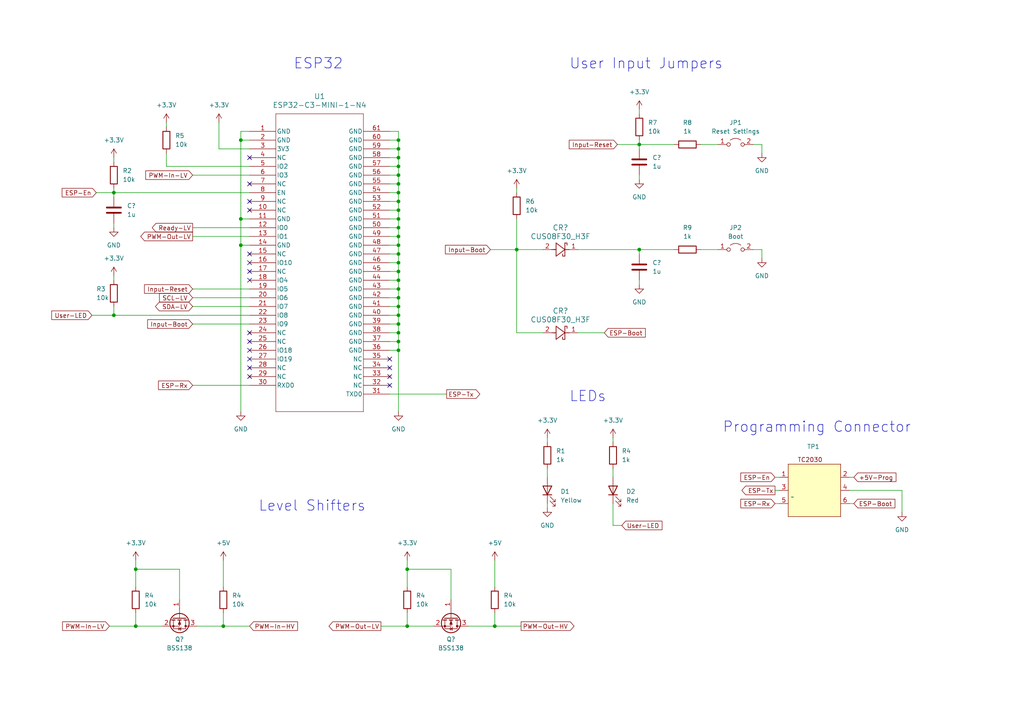
<source format=kicad_sch>
(kicad_sch (version 20230121) (generator eeschema)
  (paper "A4")
  (title_block (title "Hydrofoil Control") (date "2023-09-04") (rev "v1.1") (company "Tamás Nagy") (comment 1 "ADC removed, capacitance measurement added"))
  (lib_symbols
    (symbol "2023-09-11_18-18-06:ESP32-C3-MINI-1-N4" (pin_names (offset 0.254))
      (property "Reference" "U" (at 20.32 10.16 0))
      (property "Value" "ESP32-C3-MINI-1-N4" (at 20.32 7.62 0))
      (symbol "ESP32-C3-MINI-1-N4_0_1"
        (polyline (pts (xy 7.62 -81.28) (xy 33.02 -81.28)) (stroke (width 0.127)))
        (polyline (pts (xy 7.62 5.08) (xy 7.62 -81.28)) (stroke (width 0.127)))
        (polyline (pts (xy 33.02 -81.28) (xy 33.02 5.08)) (stroke (width 0.127)))
        (polyline (pts (xy 33.02 5.08) (xy 7.62 5.08)) (stroke (width 0.127)))
        (pin power_out line (at 0 0 0) (length 7.62) (name "GND") (number "1"))
        (pin no_connect line (at 0 -22.86 0) (length 7.62) (name "NC") (number "10"))
        (pin power_out line (at 0 -25.4 0) (length 7.62) (name "GND") (number "11"))
        (pin bidirectional line (at 0 -27.94 0) (length 7.62) (name "IO0") (number "12"))
        (pin bidirectional line (at 0 -30.48 0) (length 7.62) (name "IO1") (number "13"))
        (pin power_out line (at 0 -33.02 0) (length 7.62) (name "GND") (number "14"))
        (pin no_connect line (at 0 -35.56 0) (length 7.62) (name "NC") (number "15"))
        (pin bidirectional line (at 0 -38.1 0) (length 7.62) (name "IO10") (number "16"))
        (pin no_connect line (at 0 -40.64 0) (length 7.62) (name "NC") (number "17"))
        (pin bidirectional line (at 0 -43.18 0) (length 7.62) (name "IO4") (number "18"))
        (pin bidirectional line (at 0 -45.72 0) (length 7.62) (name "IO5") (number "19"))
        (pin power_out line (at 0 -2.54 0) (length 7.62) (name "GND") (number "2"))
        (pin bidirectional line (at 0 -48.26 0) (length 7.62) (name "IO6") (number "20"))
        (pin bidirectional line (at 0 -50.8 0) (length 7.62) (name "IO7") (number "21"))
        (pin bidirectional line (at 0 -53.34 0) (length 7.62) (name "IO8") (number "22"))
        (pin bidirectional line (at 0 -55.88 0) (length 7.62) (name "IO9") (number "23"))
        (pin no_connect line (at 0 -58.42 0) (length 7.62) (name "NC") (number "24"))
        (pin no_connect line (at 0 -60.96 0) (length 7.62) (name "NC") (number "25"))
        (pin bidirectional line (at 0 -63.5 0) (length 7.62) (name "IO18") (number "26"))
        (pin bidirectional line (at 0 -66.04 0) (length 7.62) (name "IO19") (number "27"))
        (pin no_connect line (at 0 -68.58 0) (length 7.62) (name "NC") (number "28"))
        (pin no_connect line (at 0 -71.12 0) (length 7.62) (name "NC") (number "29"))
        (pin power_in line (at 0 -5.08 0) (length 7.62) (name "3V3") (number "3"))
        (pin bidirectional line (at 0 -73.66 0) (length 7.62) (name "RXD0") (number "30"))
        (pin bidirectional line (at 40.64 -76.2 180) (length 7.62) (name "TXD0") (number "31"))
        (pin no_connect line (at 40.64 -73.66 180) (length 7.62) (name "NC") (number "32"))
        (pin no_connect line (at 40.64 -71.12 180) (length 7.62) (name "NC") (number "33"))
        (pin no_connect line (at 40.64 -68.58 180) (length 7.62) (name "NC") (number "34"))
        (pin no_connect line (at 40.64 -66.04 180) (length 7.62) (name "NC") (number "35"))
        (pin power_out line (at 40.64 -63.5 180) (length 7.62) (name "GND") (number "36"))
        (pin power_out line (at 40.64 -60.96 180) (length 7.62) (name "GND") (number "37"))
        (pin power_out line (at 40.64 -58.42 180) (length 7.62) (name "GND") (number "38"))
        (pin power_out line (at 40.64 -55.88 180) (length 7.62) (name "GND") (number "39"))
        (pin no_connect line (at 0 -7.62 0) (length 7.62) (name "NC") (number "4"))
        (pin power_out line (at 40.64 -53.34 180) (length 7.62) (name "GND") (number "40"))
        (pin power_out line (at 40.64 -50.8 180) (length 7.62) (name "GND") (number "41"))
        (pin power_out line (at 40.64 -48.26 180) (length 7.62) (name "GND") (number "42"))
        (pin power_out line (at 40.64 -45.72 180) (length 7.62) (name "GND") (number "43"))
        (pin power_out line (at 40.64 -43.18 180) (length 7.62) (name "GND") (number "44"))
        (pin power_out line (at 40.64 -40.64 180) (length 7.62) (name "GND") (number "45"))
        (pin power_out line (at 40.64 -38.1 180) (length 7.62) (name "GND") (number "46"))
        (pin power_out line (at 40.64 -35.56 180) (length 7.62) (name "GND") (number "47"))
        (pin power_out line (at 40.64 -33.02 180) (length 7.62) (name "GND") (number "48"))
        (pin power_out line (at 40.64 -30.48 180) (length 7.62) (name "GND") (number "49"))
        (pin bidirectional line (at 0 -10.16 0) (length 7.62) (name "IO2") (number "5"))
        (pin power_out line (at 40.64 -27.94 180) (length 7.62) (name "GND") (number "50"))
        (pin power_out line (at 40.64 -25.4 180) (length 7.62) (name "GND") (number "51"))
        (pin power_out line (at 40.64 -22.86 180) (length 7.62) (name "GND") (number "52"))
        (pin power_out line (at 40.64 -20.32 180) (length 7.62) (name "GND") (number "53"))
        (pin power_out line (at 40.64 -17.78 180) (length 7.62) (name "GND") (number "54"))
        (pin power_out line (at 40.64 -15.24 180) (length 7.62) (name "GND") (number "55"))
        (pin power_out line (at 40.64 -12.7 180) (length 7.62) (name "GND") (number "56"))
        (pin power_out line (at 40.64 -10.16 180) (length 7.62) (name "GND") (number "57"))
        (pin power_out line (at 40.64 -7.62 180) (length 7.62) (name "GND") (number "58"))
        (pin power_out line (at 40.64 -5.08 180) (length 7.62) (name "GND") (number "59"))
        (pin bidirectional line (at 0 -12.7 0) (length 7.62) (name "IO3") (number "6"))
        (pin power_out line (at 40.64 -2.54 180) (length 7.62) (name "GND") (number "60"))
        (pin power_out line (at 40.64 0 180) (length 7.62) (name "GND") (number "61"))
        (pin no_connect line (at 0 -15.24 0) (length 7.62) (name "NC") (number "7"))
        (pin input line (at 0 -17.78 0) (length 7.62) (name "EN") (number "8"))
        (pin no_connect line (at 0 -20.32 0) (length 7.62) (name "NC") (number "9"))
      )
    )
    (symbol "2023-09-11_18-18-06:TC2030"
      (property "Reference" "TP" (at 2.54 15.24 0))
      (symbol "TC2030_1_0"
        (pin input line (at -6.35 7.62 0) (length 2.54) (name "") (number "1"))
        (pin power_in line (at 13.97 7.62 180) (length 2.54) (name "") (number "2"))
        (pin input line (at -6.35 3.81 0) (length 2.54) (name "") (number "3"))
        (pin power_in line (at 13.97 3.81 180) (length 2.54) (name "") (number "4"))
        (pin input line (at -6.35 0 0) (length 2.54) (name "") (number "5"))
        (pin output line (at 13.97 0 180) (length 2.54) (name "") (number "6"))
      )
      (symbol "TC2030_1_1"
        (rectangle (start -3.81 11.43) (end 11.43 -3.81) (fill (type background)))
        (text "TC2030" (at 2.54 12.7 0) (effects (font (size 1.27 1.27))))
      )
    )
    (symbol "2023-10-06_10-19-56:CUS08F30_H3FT" (pin_names (offset 0.254))
      (property "Reference" "CR" (at 5.08 4.445 0))
      (property "Value" "CUS08F30_H3FT" (at 5.08 -3.81 0))
      (symbol "CUS08F30_H3FT_1_1"
        (polyline (pts (xy 2.54 0) (xy 3.4798 0)) (stroke (width 0.2032)))
        (polyline (pts (xy 3.175 0) (xy 3.81 0)) (stroke (width 0.2032)))
        (polyline (pts (xy 3.81 -1.905) (xy 6.35 0)) (stroke (width 0.2032)))
        (polyline (pts (xy 3.81 1.905) (xy 3.81 -1.905)) (stroke (width 0.2032)))
        (polyline (pts (xy 6.35 -1.905) (xy 6.35 1.905)) (stroke (width 0.2032)))
        (polyline (pts (xy 6.35 0) (xy 3.81 1.905)) (stroke (width 0.2032)))
        (polyline (pts (xy 6.35 0) (xy 7.62 0)) (stroke (width 0.2032)))
        (polyline (pts (xy 6.35 -1.905) (xy 5.715 -1.905) (xy 5.715 -1.27)) (stroke (width 0.2032)))
        (polyline (pts (xy 6.35 1.905) (xy 6.985 1.905) (xy 6.985 1.27)) (stroke (width 0.2032)))
        (pin unspecified line (at 10.16 0 180) (length 2.54) (name "") (number "1"))
        (pin unspecified line (at 0 0 0) (length 2.54) (name "") (number "2"))
      )
      (symbol "CUS08F30_H3FT_1_2"
        (polyline (pts (xy -1.905 3.81) (xy 1.905 3.81)) (stroke (width 0.2032)))
        (polyline (pts (xy 0 2.54) (xy 0 3.4798)) (stroke (width 0.2032)))
        (polyline (pts (xy 0 3.175) (xy 0 3.81)) (stroke (width 0.2032)))
        (polyline (pts (xy 0 6.35) (xy -1.905 3.81)) (stroke (width 0.2032)))
        (polyline (pts (xy 0 6.35) (xy 0 7.62)) (stroke (width 0.2032)))
        (polyline (pts (xy 1.905 3.81) (xy 0 6.35)) (stroke (width 0.2032)))
        (polyline (pts (xy 1.905 6.35) (xy -1.905 6.35)) (stroke (width 0.2032)))
        (pin unspecified line (at 0 10.16 270) (length 2.54) (name "") (number "1"))
        (pin unspecified line (at 0 0 90) (length 2.54) (name "") (number "2"))
      )
    )
    (symbol "Device:C" (pin_numbers hide) (pin_names (offset 0.254))
      (property "Reference" "C" (at 0.635 2.54 0))
      (property "Value" "C" (at 0.635 -2.54 0))
      (symbol "C_0_1"
        (polyline (pts (xy -2.032 -0.762) (xy 2.032 -0.762)) (stroke (width 0.508)))
        (polyline (pts (xy -2.032 0.762) (xy 2.032 0.762)) (stroke (width 0.508)))
      )
      (symbol "C_1_1"
        (pin passive line (at 0 3.81 270) (length 2.794) (name "~") (number "1"))
        (pin passive line (at 0 -3.81 90) (length 2.794) (name "~") (number "2"))
      )
    )
    (symbol "Device:LED" (pin_numbers hide) (pin_names (offset 1.016) hide)
      (property "Reference" "D" (at 0 2.54 0))
      (property "Value" "LED" (at 0 -2.54 0))
      (symbol "LED_0_1"
        (polyline (pts (xy -1.27 -1.27) (xy -1.27 1.27)) (stroke (width 0.254)))
        (polyline (pts (xy -1.27 0) (xy 1.27 0)))
        (polyline (pts (xy 1.27 -1.27) (xy 1.27 1.27) (xy -1.27 0) (xy 1.27 -1.27)) (stroke (width 0.254)))
        (polyline (pts (xy -3.048 -0.762) (xy -4.572 -2.286) (xy -3.81 -2.286) (xy -4.572 -2.286) (xy -4.572 -1.524)))
        (polyline (pts (xy -1.778 -0.762) (xy -3.302 -2.286) (xy -2.54 -2.286) (xy -3.302 -2.286) (xy -3.302 -1.524)))
      )
      (symbol "LED_1_1"
        (pin passive line (at -3.81 0 0) (length 2.54) (name "K") (number "1"))
        (pin passive line (at 3.81 0 180) (length 2.54) (name "A") (number "2"))
      )
    )
    (symbol "Device:R" (pin_numbers hide) (pin_names (offset 0))
      (property "Reference" "R" (at 2.032 0 90))
      (property "Value" "R" (at 0 0 90))
      (symbol "R_0_1"
        (rectangle (start -1.016 -2.54) (end 1.016 2.54) (stroke (width 0.254)))
      )
      (symbol "R_1_1"
        (pin passive line (at 0 3.81 270) (length 1.27) (name "~") (number "1"))
        (pin passive line (at 0 -3.81 90) (length 1.27) (name "~") (number "2"))
      )
    )
    (symbol "Jumper:Jumper_2_Open" (pin_names (offset 0) hide)
      (property "Reference" "JP" (at 0 2.794 0))
      (property "Value" "Jumper_2_Open" (at 0 -2.286 0))
      (symbol "Jumper_2_Open_0_0"
        (circle (center -2.032 0) (radius 0.508))
        (circle (center 2.032 0) (radius 0.508))
      )
      (symbol "Jumper_2_Open_0_1"
        (arc (start 1.524 1.27) (mid 0 1.778) (end -1.524 1.27))
      )
      (symbol "Jumper_2_Open_1_1"
        (pin passive line (at -5.08 0 0) (length 2.54) (name "A") (number "1"))
        (pin passive line (at 5.08 0 180) (length 2.54) (name "B") (number "2"))
      )
    )
    (symbol "Transistor_FET:BSS138" (pin_names hide)
      (property "Reference" "Q" (at 5.08 1.905 0))
      (property "Value" "BSS138" (at 5.08 0 0))
      (symbol "BSS138_0_1"
        (polyline (pts (xy 0.254 0) (xy -2.54 0)))
        (polyline (pts (xy 0.254 1.905) (xy 0.254 -1.905)) (stroke (width 0.254)))
        (polyline (pts (xy 0.762 -1.27) (xy 0.762 -2.286)) (stroke (width 0.254)))
        (polyline (pts (xy 0.762 0.508) (xy 0.762 -0.508)) (stroke (width 0.254)))
        (polyline (pts (xy 0.762 2.286) (xy 0.762 1.27)) (stroke (width 0.254)))
        (polyline (pts (xy 2.54 2.54) (xy 2.54 1.778)))
        (polyline (pts (xy 2.54 -2.54) (xy 2.54 0) (xy 0.762 0)))
        (polyline (pts (xy 0.762 -1.778) (xy 3.302 -1.778) (xy 3.302 1.778) (xy 0.762 1.778)))
        (polyline (pts (xy 1.016 0) (xy 2.032 0.381) (xy 2.032 -0.381) (xy 1.016 0)) (fill (type outline)))
        (polyline (pts (xy 2.794 0.508) (xy 2.921 0.381) (xy 3.683 0.381) (xy 3.81 0.254)))
        (polyline (pts (xy 3.302 0.381) (xy 2.921 -0.254) (xy 3.683 -0.254) (xy 3.302 0.381)))
        (circle (center 1.651 0) (radius 2.794) (stroke (width 0.254)))
        (circle (center 2.54 -1.778) (radius 0.254) (fill (type outline)))
        (circle (center 2.54 1.778) (radius 0.254) (fill (type outline)))
      )
      (symbol "BSS138_1_1"
        (pin input line (at -5.08 0 0) (length 2.54) (name "G") (number "1"))
        (pin passive line (at 2.54 -5.08 90) (length 2.54) (name "S") (number "2"))
        (pin passive line (at 2.54 5.08 270) (length 2.54) (name "D") (number "3"))
      )
    )
    (symbol "power:+3.3V" (power) (pin_names (offset 0))
      (property "Value" "+3.3V" (at 0 3.556 0))
      (symbol "+3.3V_0_1"
        (polyline (pts (xy -0.762 1.27) (xy 0 2.54)))
        (polyline (pts (xy 0 0) (xy 0 2.54)))
        (polyline (pts (xy 0 2.54) (xy 0.762 1.27)))
      )
      (symbol "+3.3V_1_1"
        (pin power_in line (at 0 0 90) (length 0) hide (name "+3.3V") (number "1"))
      )
    )
    (symbol "power:+5V" (power) (pin_names (offset 0))
      (property "Value" "+5V" (at 0 3.556 0))
      (symbol "+5V_0_1"
        (polyline (pts (xy -0.762 1.27) (xy 0 2.54)))
        (polyline (pts (xy 0 0) (xy 0 2.54)))
        (polyline (pts (xy 0 2.54) (xy 0.762 1.27)))
      )
      (symbol "+5V_1_1"
        (pin power_in line (at 0 0 90) (length 0) hide (name "+5V") (number "1"))
      )
    )
    (symbol "power:GND" (power) (pin_names (offset 0))
      (property "Value" "GND" (at 0 -3.81 0))
      (symbol "GND_0_1"
        (polyline (pts (xy 0 0) (xy 0 -1.27) (xy 1.27 -1.27) (xy 0 -2.54) (xy -1.27 -1.27) (xy 0 -1.27)))
      )
      (symbol "GND_1_1"
        (pin power_in line (at 0 0 270) (length 0) hide (name "GND") (number "1"))
      )
    )
  )
  (junction (at 115.57 66.04))
  (junction (at 115.57 81.28))
  (junction (at 115.57 96.52))
  (junction (at 115.57 73.66))
  (junction (at 115.57 48.26))
  (junction (at 115.57 86.36))
  (junction (at 115.57 63.5))
  (junction (at 143.51 181.61))
  (junction (at 33.02 91.44))
  (junction (at 115.57 93.98))
  (junction (at 115.57 53.34))
  (junction (at 115.57 45.72))
  (junction (at 115.57 58.42))
  (junction (at 115.57 60.96))
  (junction (at 115.57 50.8))
  (junction (at 115.57 71.12))
  (junction (at 118.11 181.61))
  (junction (at 115.57 88.9))
  (junction (at 64.77 181.61))
  (junction (at 115.57 91.44))
  (junction (at 115.57 68.58))
  (junction (at 115.57 101.6))
  (junction (at 149.86 72.39))
  (junction (at 115.57 76.2))
  (junction (at 115.57 78.74))
  (junction (at 115.57 55.88))
  (junction (at 118.11 165.1))
  (junction (at 39.37 165.1))
  (junction (at 69.85 71.12))
  (junction (at 115.57 43.18))
  (junction (at 115.57 40.64))
  (junction (at 185.42 72.39))
  (junction (at 185.42 41.91))
  (junction (at 39.37 181.61))
  (junction (at 69.85 63.5))
  (junction (at 33.02 55.88))
  (junction (at 115.57 83.82))
  (junction (at 115.57 99.06))
  (junction (at 69.85 40.64))
  (no_connect (at 113.03 106.68))
  (no_connect (at 113.03 111.76))
  (no_connect (at 113.03 109.22))
  (no_connect (at 72.39 73.66))
  (no_connect (at 113.03 104.14))
  (no_connect (at 72.39 76.2))
  (no_connect (at 72.39 78.74))
  (no_connect (at 72.39 104.14))
  (no_connect (at 72.39 53.34))
  (no_connect (at 72.39 58.42))
  (no_connect (at 72.39 81.28))
  (no_connect (at 72.39 101.6))
  (no_connect (at 72.39 45.72))
  (no_connect (at 72.39 109.22))
  (no_connect (at 72.39 106.68))
  (no_connect (at 72.39 99.06))
  (no_connect (at 72.39 96.52))
  (no_connect (at 72.39 60.96))
  (wire (pts (xy 158.75 127) (xy 158.75 128.27)))
  (wire (pts (xy 55.88 66.04) (xy 72.39 66.04)))
  (wire (pts (xy 115.57 81.28) (xy 115.57 83.82)))
  (wire (pts (xy 55.88 50.8) (xy 72.39 50.8)))
  (wire (pts (xy 115.57 83.82) (xy 115.57 86.36)))
  (wire (pts (xy 33.02 54.61) (xy 33.02 55.88)))
  (wire (pts (xy 113.03 91.44) (xy 115.57 91.44)))
  (wire (pts (xy 69.85 40.64) (xy 69.85 63.5)))
  (wire (pts (xy 113.03 81.28) (xy 115.57 81.28)))
  (wire (pts (xy 115.57 101.6) (xy 115.57 119.38)))
  (wire (pts (xy 113.03 78.74) (xy 115.57 78.74)))
  (wire (pts (xy 55.88 88.9) (xy 72.39 88.9)))
  (wire (pts (xy 179.07 41.91) (xy 185.42 41.91)))
  (wire (pts (xy 72.39 38.1) (xy 69.85 38.1)))
  (wire (pts (xy 115.57 68.58) (xy 115.57 71.12)))
  (wire (pts (xy 157.48 96.52) (xy 149.86 96.52)))
  (wire (pts (xy 113.03 76.2) (xy 115.57 76.2)))
  (wire (pts (xy 55.88 83.82) (xy 72.39 83.82)))
  (wire (pts (xy 113.03 60.96) (xy 115.57 60.96)))
  (wire (pts (xy 115.57 50.8) (xy 115.57 53.34)))
  (wire (pts (xy 115.57 53.34) (xy 115.57 55.88)))
  (wire (pts (xy 69.85 40.64) (xy 72.39 40.64)))
  (wire (pts (xy 69.85 38.1) (xy 69.85 40.64)))
  (wire (pts (xy 113.03 73.66) (xy 115.57 73.66)))
  (wire (pts (xy 110.49 181.61) (xy 118.11 181.61)))
  (wire (pts (xy 220.98 41.91) (xy 220.98 44.45)))
  (wire (pts (xy 33.02 64.77) (xy 33.02 66.04)))
  (wire (pts (xy 185.42 72.39) (xy 195.58 72.39)))
  (wire (pts (xy 46.99 181.61) (xy 39.37 181.61)))
  (wire (pts (xy 130.81 173.99) (xy 130.81 165.1)))
  (wire (pts (xy 149.86 63.5) (xy 149.86 72.39)))
  (wire (pts (xy 115.57 63.5) (xy 115.57 66.04)))
  (wire (pts (xy 113.03 101.6) (xy 115.57 101.6)))
  (wire (pts (xy 203.2 41.91) (xy 208.28 41.91)))
  (wire (pts (xy 69.85 63.5) (xy 72.39 63.5)))
  (wire (pts (xy 55.88 111.76) (xy 72.39 111.76)))
  (wire (pts (xy 52.07 173.99) (xy 52.07 165.1)))
  (wire (pts (xy 113.03 38.1) (xy 115.57 38.1)))
  (wire (pts (xy 115.57 45.72) (xy 115.57 48.26)))
  (wire (pts (xy 69.85 71.12) (xy 72.39 71.12)))
  (wire (pts (xy 115.57 71.12) (xy 115.57 73.66)))
  (wire (pts (xy 115.57 66.04) (xy 115.57 68.58)))
  (wire (pts (xy 115.57 40.64) (xy 115.57 43.18)))
  (wire (pts (xy 115.57 93.98) (xy 115.57 96.52)))
  (wire (pts (xy 64.77 181.61) (xy 64.77 177.8)))
  (wire (pts (xy 143.51 181.61) (xy 151.13 181.61)))
  (wire (pts (xy 55.88 86.36) (xy 72.39 86.36)))
  (wire (pts (xy 177.8 127) (xy 177.8 128.27)))
  (wire (pts (xy 185.42 40.64) (xy 185.42 41.91)))
  (wire (pts (xy 48.26 35.56) (xy 48.26 36.83)))
  (wire (pts (xy 69.85 71.12) (xy 69.85 119.38)))
  (wire (pts (xy 185.42 41.91) (xy 195.58 41.91)))
  (wire (pts (xy 113.03 99.06) (xy 115.57 99.06)))
  (wire (pts (xy 218.44 72.39) (xy 220.98 72.39)))
  (wire (pts (xy 113.03 68.58) (xy 115.57 68.58)))
  (wire (pts (xy 113.03 45.72) (xy 115.57 45.72)))
  (wire (pts (xy 113.03 93.98) (xy 115.57 93.98)))
  (wire (pts (xy 130.81 165.1) (xy 118.11 165.1)))
  (wire (pts (xy 185.42 81.28) (xy 185.42 82.55)))
  (wire (pts (xy 220.98 72.39) (xy 220.98 74.93)))
  (wire (pts (xy 113.03 58.42) (xy 115.57 58.42)))
  (wire (pts (xy 33.02 55.88) (xy 72.39 55.88)))
  (wire (pts (xy 39.37 162.56) (xy 39.37 165.1)))
  (wire (pts (xy 113.03 63.5) (xy 115.57 63.5)))
  (wire (pts (xy 125.73 181.61) (xy 118.11 181.61)))
  (wire (pts (xy 33.02 55.88) (xy 33.02 57.15)))
  (wire (pts (xy 149.86 72.39) (xy 157.48 72.39)))
  (wire (pts (xy 115.57 58.42) (xy 115.57 60.96)))
  (wire (pts (xy 167.64 72.39) (xy 185.42 72.39)))
  (wire (pts (xy 158.75 135.89) (xy 158.75 138.43)))
  (wire (pts (xy 33.02 45.72) (xy 33.02 46.99)))
  (wire (pts (xy 246.38 138.43) (xy 247.65 138.43)))
  (wire (pts (xy 118.11 162.56) (xy 118.11 165.1)))
  (wire (pts (xy 261.62 142.24) (xy 261.62 148.59)))
  (wire (pts (xy 115.57 88.9) (xy 115.57 91.44)))
  (wire (pts (xy 115.57 86.36) (xy 115.57 88.9)))
  (wire (pts (xy 185.42 41.91) (xy 185.42 43.18)))
  (wire (pts (xy 64.77 181.61) (xy 72.39 181.61)))
  (wire (pts (xy 52.07 165.1) (xy 39.37 165.1)))
  (wire (pts (xy 113.03 66.04) (xy 115.57 66.04)))
  (wire (pts (xy 218.44 41.91) (xy 220.98 41.91)))
  (wire (pts (xy 115.57 76.2) (xy 115.57 78.74)))
  (wire (pts (xy 115.57 78.74) (xy 115.57 81.28)))
  (wire (pts (xy 48.26 44.45) (xy 48.26 48.26)))
  (wire (pts (xy 113.03 88.9) (xy 115.57 88.9)))
  (wire (pts (xy 115.57 91.44) (xy 115.57 93.98)))
  (wire (pts (xy 113.03 43.18) (xy 115.57 43.18)))
  (wire (pts (xy 115.57 48.26) (xy 115.57 50.8)))
  (wire (pts (xy 113.03 55.88) (xy 115.57 55.88)))
  (wire (pts (xy 115.57 60.96) (xy 115.57 63.5)))
  (wire (pts (xy 143.51 162.56) (xy 143.51 170.18)))
  (wire (pts (xy 39.37 165.1) (xy 39.37 170.18)))
  (wire (pts (xy 113.03 83.82) (xy 115.57 83.82)))
  (wire (pts (xy 113.03 96.52) (xy 115.57 96.52)))
  (wire (pts (xy 167.64 96.52) (xy 175.26 96.52)))
  (wire (pts (xy 64.77 162.56) (xy 64.77 170.18)))
  (wire (pts (xy 57.15 181.61) (xy 64.77 181.61)))
  (wire (pts (xy 185.42 31.75) (xy 185.42 33.02)))
  (wire (pts (xy 113.03 48.26) (xy 115.57 48.26)))
  (wire (pts (xy 39.37 181.61) (xy 39.37 177.8)))
  (wire (pts (xy 63.5 35.56) (xy 63.5 43.18)))
  (wire (pts (xy 224.79 146.05) (xy 226.06 146.05)))
  (wire (pts (xy 113.03 86.36) (xy 115.57 86.36)))
  (wire (pts (xy 118.11 165.1) (xy 118.11 170.18)))
  (wire (pts (xy 115.57 38.1) (xy 115.57 40.64)))
  (wire (pts (xy 115.57 99.06) (xy 115.57 101.6)))
  (wire (pts (xy 224.79 142.24) (xy 226.06 142.24)))
  (wire (pts (xy 185.42 50.8) (xy 185.42 52.07)))
  (wire (pts (xy 118.11 181.61) (xy 118.11 177.8)))
  (wire (pts (xy 158.75 146.05) (xy 158.75 147.32)))
  (wire (pts (xy 149.86 72.39) (xy 149.86 96.52)))
  (wire (pts (xy 33.02 80.01) (xy 33.02 81.28)))
  (wire (pts (xy 177.8 146.05) (xy 177.8 152.4)))
  (wire (pts (xy 246.38 146.05) (xy 247.65 146.05)))
  (wire (pts (xy 31.75 181.61) (xy 39.37 181.61)))
  (wire (pts (xy 177.8 152.4) (xy 180.34 152.4)))
  (wire (pts (xy 113.03 53.34) (xy 115.57 53.34)))
  (wire (pts (xy 115.57 73.66) (xy 115.57 76.2)))
  (wire (pts (xy 113.03 71.12) (xy 115.57 71.12)))
  (wire (pts (xy 33.02 91.44) (xy 72.39 91.44)))
  (wire (pts (xy 246.38 142.24) (xy 261.62 142.24)))
  (wire (pts (xy 33.02 88.9) (xy 33.02 91.44)))
  (wire (pts (xy 113.03 50.8) (xy 115.57 50.8)))
  (wire (pts (xy 55.88 68.58) (xy 72.39 68.58)))
  (wire (pts (xy 115.57 55.88) (xy 115.57 58.42)))
  (wire (pts (xy 26.67 91.44) (xy 33.02 91.44)))
  (wire (pts (xy 115.57 43.18) (xy 115.57 45.72)))
  (wire (pts (xy 203.2 72.39) (xy 208.28 72.39)))
  (wire (pts (xy 55.88 93.98) (xy 72.39 93.98)))
  (wire (pts (xy 115.57 96.52) (xy 115.57 99.06)))
  (wire (pts (xy 224.79 138.43) (xy 226.06 138.43)))
  (wire (pts (xy 135.89 181.61) (xy 143.51 181.61)))
  (wire (pts (xy 177.8 135.89) (xy 177.8 138.43)))
  (wire (pts (xy 63.5 43.18) (xy 72.39 43.18)))
  (wire (pts (xy 185.42 72.39) (xy 185.42 73.66)))
  (wire (pts (xy 69.85 63.5) (xy 69.85 71.12)))
  (wire (pts (xy 142.24 72.39) (xy 149.86 72.39)))
  (wire (pts (xy 149.86 54.61) (xy 149.86 55.88)))
  (wire (pts (xy 48.26 48.26) (xy 72.39 48.26)))
  (wire (pts (xy 113.03 114.3) (xy 129.54 114.3)))
  (wire (pts (xy 143.51 181.61) (xy 143.51 177.8)))
  (wire (pts (xy 113.03 40.64) (xy 115.57 40.64)))
  (wire (pts (xy 27.94 55.88) (xy 33.02 55.88)))
  (text "LEDs" (at 165.1 116.84 0) (effects (font (size 3 3)) (justify left bottom)))
  (text "Level Shifters" (at 74.93 148.59 0) (effects (font (size 3 3)) (justify left bottom)))
  (text "User Input Jumpers" (at 165.1 20.32 0) (effects (font (size 3 3)) (justify left bottom)))
  (text "Programming Connector" (at 209.55 125.73 0) (effects (font (size 3 3)) (justify left bottom)))
  (text "ESP32" (at 85.09 20.32 0) (effects (font (size 3 3)) (justify left bottom)))
  (global_label "ESP-Boot" (shape input) (at 247.65 146.05 0) (property "Intersheetrefs" "${INTERSHEET_REFS}" (effects hide)) (property "Netclass" "Default" (effects hide)))
  (global_label "Input-Reset" (shape input) (at 179.07 41.91 180) (property "Intersheetrefs" "${INTERSHEET_REFS}" (effects hide)) (property "Netclass" "Default" (effects hide)))
  (global_label "PWM-Out-LV" (shape output) (at 55.88 68.58 180) (property "Intersheetrefs" "${INTERSHEET_REFS}" (effects hide)) (property "Netclass" "Default" (effects hide)))
  (global_label "ESP-Tx" (shape output) (at 224.79 142.24 180) (property "Intersheetrefs" "${INTERSHEET_REFS}" (effects hide)) (property "Netclass" "Default" (effects hide)))
  (global_label "Input-Reset" (shape input) (at 55.88 83.82 180) (property "Intersheetrefs" "${INTERSHEET_REFS}" (effects hide)) (property "Netclass" "Default" (effects hide)))
  (global_label "PWM-In-LV" (shape input) (at 31.75 181.61 180) (property "Intersheetrefs" "${INTERSHEET_REFS}" (effects hide)) (property "Netclass" "Default" (effects hide)))
  (global_label "Input-Boot" (shape input) (at 142.24 72.39 180) (property "Intersheetrefs" "${INTERSHEET_REFS}" (effects hide)) (property "Netclass" "Default" (effects hide)))
  (global_label "+5V-Prog" (shape input) (at 247.65 138.43 0) (property "Intersheetrefs" "${INTERSHEET_REFS}" (effects hide)) (property "Netclass" "5V" (effects hide)))
  (global_label "SCL-LV" (shape input) (at 55.88 86.36 180) (property "Intersheetrefs" "${INTERSHEET_REFS}" (effects hide)) (property "Netclass" "Default" (effects hide)))
  (global_label "PWM-Out-LV" (shape output) (at 110.49 181.61 180) (property "Intersheetrefs" "${INTERSHEET_REFS}" (effects hide)) (property "Netclass" "Default" (effects hide)))
  (global_label "ESP-Rx" (shape input) (at 55.88 111.76 180) (property "Intersheetrefs" "${INTERSHEET_REFS}" (effects hide)) (property "Netclass" "Default" (effects hide)))
  (global_label "PWM-In-LV" (shape input) (at 55.88 50.8 180) (property "Intersheetrefs" "${INTERSHEET_REFS}" (effects hide)) (property "Netclass" "Default" (effects hide)))
  (global_label "PWM-Out-HV" (shape output) (at 151.13 181.61 0) (property "Intersheetrefs" "${INTERSHEET_REFS}" (effects hide)) (property "Netclass" "Default" (effects hide)))
  (global_label "User-LED" (shape input) (at 26.67 91.44 180) (property "Intersheetrefs" "${INTERSHEET_REFS}" (effects hide)) (property "Netclass" "Default" (effects hide)))
  (global_label "ESP-En" (shape input) (at 27.94 55.88 180) (property "Intersheetrefs" "${INTERSHEET_REFS}" (effects hide)) (property "Netclass" "Default" (effects hide)))
  (global_label "Input-Boot" (shape input) (at 55.88 93.98 180) (property "Intersheetrefs" "${INTERSHEET_REFS}" (effects hide)) (property "Netclass" "Default" (effects hide)))
  (global_label "ESP-En" (shape input) (at 224.79 138.43 180) (property "Intersheetrefs" "${INTERSHEET_REFS}" (effects hide)) (property "Netclass" "Default" (effects hide)))
  (global_label "User-LED" (shape input) (at 180.34 152.4 0) (property "Intersheetrefs" "${INTERSHEET_REFS}" (effects hide)) (property "Netclass" "Default" (effects hide)))
  (global_label "ESP-Tx" (shape output) (at 129.54 114.3 0) (property "Intersheetrefs" "${INTERSHEET_REFS}" (effects hide)) (property "Netclass" "Default" (effects hide)))
  (global_label "ESP-Boot" (shape input) (at 175.26 96.52 0) (property "Intersheetrefs" "${INTERSHEET_REFS}" (effects hide)) (property "Netclass" "Default" (effects hide)))
  (global_label "Ready-LV" (shape output) (at 55.88 66.04 180) (property "Intersheetrefs" "${INTERSHEET_REFS}" (effects hide)) (property "Netclass" "Default" (effects hide)))
  (global_label "SDA-LV" (shape bidirectional) (at 55.88 88.9 180) (property "Intersheetrefs" "${INTERSHEET_REFS}" (effects hide)) (property "Netclass" "Default" (effects hide)))
  (global_label "PWM-In-HV" (shape input) (at 72.39 181.61 0) (property "Intersheetrefs" "${INTERSHEET_REFS}" (effects hide)) (property "Netclass" "Default" (effects hide)))
  (global_label "ESP-Rx" (shape input) (at 224.79 146.05 180) (property "Intersheetrefs" "${INTERSHEET_REFS}" (effects hide)) (property "Netclass" "Default" (effects hide)))
  (symbol (lib_id "Jumper:Jumper_2_Open") (at 213.36 72.39 0) (unit 1) (in_bom no)
    (property "Reference" "JP2" (at 213.36 66.04 0))
    (property "Value" "Boot" (at 213.36 68.58 0))
    (property "Footprint" "Jumper:SolderJumper-2_P1.3mm_Open_RoundedPad1.0x1.5mm" (effects hide))
  )
  (symbol (lib_id "Device:R") (at 177.8 132.08 0) (unit 1)
    (property "Reference" "R4" (at 180.34 130.81 0) (effects (justify left)))
    (property "Value" "1k" (at 180.34 133.35 0) (effects (justify left)))
    (property "Footprint" "Resistor_SMD:R_0402_1005Metric_Pad0.72x0.64mm_HandSolder" (effects hide))
    (property "MPN" "0402WGF1001TCE" (effects hide))
  )
  (symbol (lib_id "power:GND") (at 185.42 82.55 0) (unit 1)
    (property "Reference" "#PWR015" (effects hide))
    (property "Value" "GND" (at 185.42 87.63 0))
  )
  (symbol (lib_id "Device:LED") (at 158.75 142.24 90) (unit 1)
    (property "Reference" "D1" (at 162.56 142.5575 90) (effects (justify right)))
    (property "Value" "Yellow" (at 162.56 145.0975 90) (effects (justify right)))
    (property "Footprint" "LED_SMD:LED_0402_1005Metric_Pad0.77x0.64mm_HandSolder" (effects hide))
    (property "Datasheet" "https://www.lcsc.com/product-detail/Light-Emitting-Diodes-LED_Foshan-NationStar-Optoelectronics-NCD0402Y1_C130721.html" (effects hide))
    (property "MPN" "NCD0402Y1" (effects hide))
  )
  (symbol (lib_id "Device:R") (at 33.02 85.09 0) (unit 1)
    (property "Reference" "R3" (at 27.94 83.82 0) (effects (justify left)))
    (property "Value" "10k" (at 27.94 86.36 0) (effects (justify left)))
    (property "Footprint" "Resistor_SMD:R_0402_1005Metric_Pad0.72x0.64mm_HandSolder" (effects hide))
    (property "MPN" "0402WGF1002TCE" (effects hide))
  )
  (symbol (lib_id "2023-10-06_10-19-56:CUS08F30_H3FT") (at 157.48 72.39 0) (unit 1)
    (property "Reference" "CR?" (at 162.56 66.04 0) (effects (font (size 1.524 1.524))))
    (property "Value" "CUS08F30_H3F" (at 162.56 68.58 0) (effects (font (size 1.524 1.524))))
    (property "Footprint" "CUS08F30:USC_TOS" (effects hide))
    (property "Datasheet" "https://www.vishay.com/docs/63717/sip32408.pdf" (effects hide))
    (property "MPN" "CUS08F30,H3F" (effects hide))
    (instances (project "Hydrofoil" (path "" (reference "CR?") (unit 1)) (path "" (reference "CR1") (unit 1))))
  )
  (symbol (lib_id "power:+3.3V") (at 177.8 127 0) (unit 1)
    (property "Reference" "#PWR06" (effects hide))
    (property "Value" "+3.3V" (at 177.8 121.92 0))
  )
  (symbol (lib_id "Device:R") (at 199.39 72.39 90) (unit 1)
    (property "Reference" "R9" (at 199.39 66.04 90))
    (property "Value" "1k" (at 199.39 68.58 90))
    (property "Footprint" "Resistor_SMD:R_0402_1005Metric_Pad0.72x0.64mm_HandSolder" (effects hide))
    (property "MPN" "0402WGF1001TCE" (effects hide))
  )
  (symbol (lib_id "2023-09-11_18-18-06:ESP32-C3-MINI-1-N4") (at 72.39 38.1 0) (unit 1)
    (property "Reference" "U1" (at 92.71 27.94 0) (effects (font (size 1.524 1.524))))
    (property "Value" "ESP32-C3-MINI-1-N4" (at 92.71 30.48 0) (effects (font (size 1.524 1.524))))
    (property "Footprint" "ESP32-C3-MINI-1-N4:ESP32-C3-MINI-1_EXP" (effects hide))
    (property "Datasheet" "ESP32-C3-MINI-1-N4" (effects hide))
    (property "MPN" "ESP32-C3-MINI-1-N4" (effects hide))
  )
  (symbol (lib_id "power:+3.3V") (at 33.02 80.01 0) (unit 1)
    (property "Reference" "#PWR05" (effects hide))
    (property "Value" "+3.3V" (at 33.02 74.93 0))
  )
  (symbol (lib_id "power:GND") (at 69.85 119.38 0) (unit 1)
    (property "Reference" "#PWR09" (effects hide))
    (property "Value" "GND" (at 69.85 124.46 0))
  )
  (symbol (lib_id "Device:C") (at 33.02 60.96 0) (unit 1)
    (property "Reference" "C?" (at 36.83 59.69 0) (effects (justify left)))
    (property "Value" "1u" (at 36.83 62.23 0) (effects (justify left)))
    (property "Footprint" "Capacitor_SMD:C_0402_1005Metric_Pad0.74x0.62mm_HandSolder" (effects hide))
    (property "MPN" "CL05A105KP5NNNC" (effects hide))
    (instances (project "Hydrofoil" (path "" (reference "C?") (unit 1)) (path "" (reference "C1") (unit 1))))
  )
  (symbol (lib_id "power:GND") (at 261.62 148.59 0) (unit 1)
    (property "Reference" "#PWR011" (effects hide))
    (property "Value" "GND" (at 261.62 153.67 0))
  )
  (symbol (lib_id "2023-09-11_18-18-06:TC2030") (at 232.41 146.05 0) (unit 1) (in_bom no)
    (property "Reference" "TP1" (at 235.9025 129.54 0))
    (property "Value" "~" (at 229.87 144.145 0))
    (property "Footprint" "Connector:Tag-Connect_TC2030-IDC-NL_2x03_P1.27mm_Vertical" (effects hide))
  )
  (symbol (lib_id "2023-10-06_10-19-56:CUS08F30_H3FT") (at 157.48 96.52 0) (unit 1)
    (property "Reference" "CR?" (at 162.56 90.17 0) (effects (font (size 1.524 1.524))))
    (property "Value" "CUS08F30_H3F" (at 162.56 92.71 0) (effects (font (size 1.524 1.524))))
    (property "Footprint" "CUS08F30:USC_TOS" (effects hide))
    (property "Datasheet" "https://www.vishay.com/docs/63717/sip32408.pdf" (effects hide))
    (property "MPN" "CUS08F30,H3F" (effects hide))
    (instances (project "Hydrofoil" (path "" (reference "CR?") (unit 1)) (path "" (reference "CR2") (unit 1))))
  )
  (symbol (lib_id "power:GND") (at 115.57 119.38 0) (unit 1)
    (property "Reference" "#PWR010" (effects hide))
    (property "Value" "GND" (at 115.57 124.46 0))
  )
  (symbol (lib_id "power:GND") (at 220.98 44.45 0) (unit 1)
    (property "Reference" "#PWR016" (effects hide))
    (property "Value" "GND" (at 220.98 49.53 0))
  )
  (symbol (lib_id "Device:R") (at 199.39 41.91 90) (unit 1)
    (property "Reference" "R8" (at 199.39 35.56 90))
    (property "Value" "1k" (at 199.39 38.1 90))
    (property "Footprint" "Resistor_SMD:R_0402_1005Metric_Pad0.72x0.64mm_HandSolder" (effects hide))
    (property "MPN" "0402WGF1001TCE" (effects hide))
  )
  (symbol (lib_id "Device:C") (at 185.42 77.47 0) (unit 1)
    (property "Reference" "C?" (at 189.23 76.2 0) (effects (justify left)))
    (property "Value" "1u" (at 189.23 78.74 0) (effects (justify left)))
    (property "Footprint" "Capacitor_SMD:C_0402_1005Metric_Pad0.74x0.62mm_HandSolder" (effects hide))
    (property "MPN" "CL05A105KP5NNNC" (effects hide))
    (instances (project "Hydrofoil" (path "" (reference "C?") (unit 1)) (path "" (reference "C3") (unit 1))))
  )
  (symbol (lib_id "power:+3.3V") (at 158.75 127 0) (unit 1)
    (property "Reference" "#PWR01" (effects hide))
    (property "Value" "+3.3V" (at 158.75 121.92 0))
  )
  (symbol (lib_id "power:+3.3V") (at 118.11 162.56 0) (unit 1)
    (property "Reference" "#PWR028" (effects hide))
    (property "Value" "+3.3V" (at 118.11 157.48 0))
  )
  (symbol (lib_id "Device:R") (at 33.02 50.8 0) (unit 1)
    (property "Reference" "R2" (at 35.56 49.53 0) (effects (justify left)))
    (property "Value" "10k" (at 35.56 52.07 0) (effects (justify left)))
    (property "Footprint" "Resistor_SMD:R_0402_1005Metric_Pad0.72x0.64mm_HandSolder" (effects hide))
    (property "MPN" "0402WGF1002TCE" (effects hide))
  )
  (symbol (lib_id "Transistor_FET:BSS138") (at 130.81 179.07 270) (unit 1)
    (property "Reference" "Q5" (at 130.81 185.42 90))
    (property "Value" "BSS138" (at 130.81 187.96 90))
    (property "Footprint" "Package_TO_SOT_SMD:SOT-23" (effects hide))
    (property "Datasheet" "https://www.onsemi.com/pub/Collateral/BSS138-D.PDF" (effects hide))
    (property "MPN" "BSS138LT1G" (effects hide))
    (instances (project "Hydrofoil" (path "" (reference "Q?") (unit 1))))
  )
  (symbol (lib_id "Device:R") (at 149.86 59.69 0) (unit 1)
    (property "Reference" "R6" (at 152.4 58.42 0) (effects (justify left)))
    (property "Value" "10k" (at 152.4 60.96 0) (effects (justify left)))
    (property "Footprint" "Resistor_SMD:R_0402_1005Metric_Pad0.72x0.64mm_HandSolder" (effects hide))
    (property "MPN" "0402WGF1002TCE" (effects hide))
  )
  (symbol (lib_id "power:GND") (at 158.75 147.32 0) (unit 1)
    (property "Reference" "#PWR02" (effects hide))
    (property "Value" "GND" (at 158.75 152.4 0))
  )
  (symbol (lib_id "power:+5V") (at 143.51 162.56 0) (unit 1)
    (property "Reference" "#PWR05" (effects hide))
    (property "Value" "+5V" (at 143.51 157.48 0))
    (instances (project "Hydrofoil" (path "" (reference "#PWR05") (unit 1)) (path "" (reference "#PWR030") (unit 1))))
  )
  (symbol (lib_id "Device:R") (at 185.42 36.83 0) (unit 1)
    (property "Reference" "R7" (at 187.96 35.56 0) (effects (justify left)))
    (property "Value" "10k" (at 187.96 38.1 0) (effects (justify left)))
    (property "Footprint" "Resistor_SMD:R_0402_1005Metric_Pad0.72x0.64mm_HandSolder" (effects hide))
    (property "MPN" "0402WGF1002TCE" (effects hide))
  )
  (symbol (lib_id "Device:R") (at 48.26 40.64 0) (unit 1)
    (property "Reference" "R5" (at 50.8 39.37 0) (effects (justify left)))
    (property "Value" "10k" (at 50.8 41.91 0) (effects (justify left)))
    (property "Footprint" "Resistor_SMD:R_0402_1005Metric_Pad0.72x0.64mm_HandSolder" (effects hide))
    (property "MPN" "0402WGF1002TCE" (effects hide))
  )
  (symbol (lib_id "Device:LED") (at 177.8 142.24 90) (unit 1)
    (property "Reference" "D2" (at 181.61 142.5575 90) (effects (justify right)))
    (property "Value" "Red" (at 181.61 145.0975 90) (effects (justify right)))
    (property "Footprint" "LED_SMD:LED_0402_1005Metric_Pad0.77x0.64mm_HandSolder" (effects hide))
    (property "Datasheet" "https://www.lcsc.com/product-detail/Light-Emitting-Diodes-LED_XINGLIGHT-XL-1005SURC_C965790.html" (effects hide))
    (property "MPN" "XL-1005SURC" (effects hide))
  )
  (symbol (lib_id "power:GND") (at 33.02 66.04 0) (unit 1)
    (property "Reference" "#PWR04" (effects hide))
    (property "Value" "GND" (at 33.02 71.12 0))
  )
  (symbol (lib_id "power:+3.3V") (at 39.37 162.56 0) (unit 1)
    (property "Reference" "#PWR027" (effects hide))
    (property "Value" "+3.3V" (at 39.37 157.48 0))
  )
  (symbol (lib_id "Device:C") (at 185.42 46.99 0) (unit 1)
    (property "Reference" "C?" (at 189.23 45.72 0) (effects (justify left)))
    (property "Value" "1u" (at 189.23 48.26 0) (effects (justify left)))
    (property "Footprint" "Capacitor_SMD:C_0402_1005Metric_Pad0.74x0.62mm_HandSolder" (effects hide))
    (property "MPN" "CL05A105KP5NNNC" (effects hide))
    (instances (project "Hydrofoil" (path "" (reference "C?") (unit 1)) (path "" (reference "C2") (unit 1))))
  )
  (symbol (lib_id "power:GND") (at 185.42 52.07 0) (unit 1)
    (property "Reference" "#PWR014" (effects hide))
    (property "Value" "GND" (at 185.42 57.15 0))
  )
  (symbol (lib_id "Device:R") (at 118.11 173.99 0) (unit 1)
    (property "Reference" "R4" (at 120.65 172.72 0) (effects (justify left)))
    (property "Value" "10k" (at 120.65 175.26 0) (effects (justify left)))
    (property "Footprint" "Resistor_SMD:R_0402_1005Metric_Pad0.72x0.64mm_HandSolder" (effects hide))
    (property "MPN" "0402WGF1002TCE" (effects hide))
    (instances (project "Hydrofoil" (path "" (reference "R4") (unit 1)) (path "" (reference "R?") (unit 1))))
  )
  (symbol (lib_id "Device:R") (at 158.75 132.08 0) (unit 1)
    (property "Reference" "R1" (at 161.29 130.81 0) (effects (justify left)))
    (property "Value" "1k" (at 161.29 133.35 0) (effects (justify left)))
    (property "Footprint" "Resistor_SMD:R_0402_1005Metric_Pad0.72x0.64mm_HandSolder" (effects hide))
    (property "MPN" "0402WGF1001TCE" (effects hide))
  )
  (symbol (lib_id "power:+3.3V") (at 48.26 35.56 0) (unit 1)
    (property "Reference" "#PWR07" (effects hide))
    (property "Value" "+3.3V" (at 48.26 30.48 0))
  )
  (symbol (lib_id "Jumper:Jumper_2_Open") (at 213.36 41.91 0) (unit 1) (in_bom no)
    (property "Reference" "JP1" (at 213.36 35.56 0))
    (property "Value" "Reset Settings" (at 213.36 38.1 0))
    (property "Footprint" "Jumper:SolderJumper-2_P1.3mm_Open_RoundedPad1.0x1.5mm" (effects hide))
  )
  (symbol (lib_id "power:+3.3V") (at 33.02 45.72 0) (unit 1)
    (property "Reference" "#PWR03" (effects hide))
    (property "Value" "+3.3V" (at 33.02 40.64 0))
  )
  (symbol (lib_id "power:GND") (at 220.98 74.93 0) (unit 1)
    (property "Reference" "#PWR017" (effects hide))
    (property "Value" "GND" (at 220.98 80.01 0))
  )
  (symbol (lib_id "Device:R") (at 143.51 173.99 0) (unit 1)
    (property "Reference" "R4" (at 146.05 172.72 0) (effects (justify left)))
    (property "Value" "10k" (at 146.05 175.26 0) (effects (justify left)))
    (property "Footprint" "Resistor_SMD:R_0402_1005Metric_Pad0.72x0.64mm_HandSolder" (effects hide))
    (property "MPN" "0402WGF1002TCE" (effects hide))
    (instances (project "Hydrofoil" (path "" (reference "R4") (unit 1)) (path "" (reference "R?") (unit 1))))
  )
  (symbol (lib_id "power:+3.3V") (at 185.42 31.75 0) (unit 1)
    (property "Reference" "#PWR013" (effects hide))
    (property "Value" "+3.3V" (at 185.42 26.67 0))
  )
  (symbol (lib_id "power:+3.3V") (at 63.5 35.56 0) (unit 1)
    (property "Reference" "#PWR08" (effects hide))
    (property "Value" "+3.3V" (at 63.5 30.48 0))
  )
  (symbol (lib_id "Transistor_FET:BSS138") (at 52.07 179.07 270) (unit 1)
    (property "Reference" "Q4" (at 52.07 185.42 90))
    (property "Value" "BSS138" (at 52.07 187.96 90))
    (property "Footprint" "Package_TO_SOT_SMD:SOT-23" (effects hide))
    (property "Datasheet" "https://www.onsemi.com/pub/Collateral/BSS138-D.PDF" (effects hide))
    (property "MPN" "BSS138LT1G" (effects hide))
    (instances (project "Hydrofoil" (path "" (reference "Q?") (unit 1))))
  )
  (symbol (lib_id "Device:R") (at 64.77 173.99 0) (unit 1)
    (property "Reference" "R4" (at 67.31 172.72 0) (effects (justify left)))
    (property "Value" "10k" (at 67.31 175.26 0) (effects (justify left)))
    (property "Footprint" "Resistor_SMD:R_0402_1005Metric_Pad0.72x0.64mm_HandSolder" (effects hide))
    (property "MPN" "0402WGF1002TCE" (effects hide))
    (instances (project "Hydrofoil" (path "" (reference "R4") (unit 1)) (path "" (reference "R?") (unit 1))))
  )
  (symbol (lib_id "Device:R") (at 39.37 173.99 0) (unit 1)
    (property "Reference" "R4" (at 41.91 172.72 0) (effects (justify left)))
    (property "Value" "10k" (at 41.91 175.26 0) (effects (justify left)))
    (property "Footprint" "Resistor_SMD:R_0402_1005Metric_Pad0.72x0.64mm_HandSolder" (effects hide))
    (property "MPN" "0402WGF1002TCE" (effects hide))
    (instances (project "Hydrofoil" (path "" (reference "R4") (unit 1)) (path "" (reference "R?") (unit 1))))
  )
  (symbol (lib_id "power:+5V") (at 64.77 162.56 0) (unit 1)
    (property "Reference" "#PWR05" (effects hide))
    (property "Value" "+5V" (at 64.77 157.48 0))
    (instances (project "Hydrofoil" (path "" (reference "#PWR05") (unit 1)) (path "" (reference "#PWR029") (unit 1))))
  )
  (symbol (lib_id "power:+3.3V") (at 149.86 54.61 0) (unit 1)
    (property "Reference" "#PWR012" (effects hide))
    (property "Value" "+3.3V" (at 149.86 49.53 0))
  )
)
</source>
